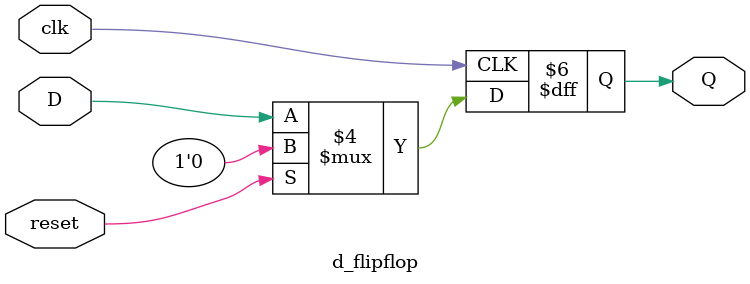
<source format=v>
module d_flipflop(D,clk,reset,Q);
input D; // Data input 
input clk; // clock input 
input reset; // synchronous reset 
output reg Q; // output Q 
always @(posedge clk) 
begin
 if(reset==1'b1)
  Q <= 1'b0; 
 else 
  Q <= D; 
end 
endmodule 

</source>
